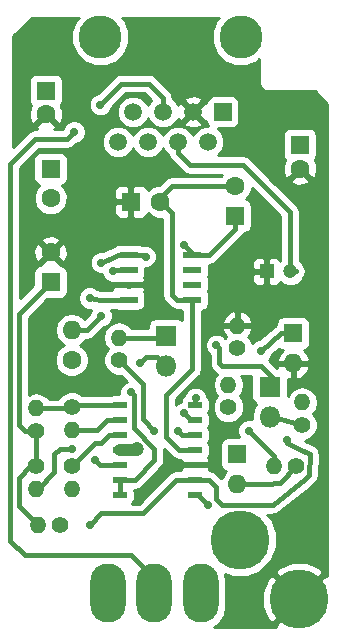
<source format=gtl>
G04 #@! TF.FileFunction,Copper,L1,Top,Signal*
%FSLAX46Y46*%
G04 Gerber Fmt 4.6, Leading zero omitted, Abs format (unit mm)*
G04 Created by KiCad (PCBNEW 4.0.6) date 02/28/19 03:31:16*
%MOMM*%
%LPD*%
G01*
G04 APERTURE LIST*
%ADD10C,0.100000*%
%ADD11C,5.001260*%
%ADD12C,3.650000*%
%ADD13R,1.500000X1.500000*%
%ADD14C,1.500000*%
%ADD15O,2.999740X5.001260*%
%ADD16R,1.143000X0.508000*%
%ADD17R,1.600000X1.600000*%
%ADD18C,1.600000*%
%ADD19R,1.200000X1.200000*%
%ADD20C,1.200000*%
%ADD21O,1.600000X1.600000*%
%ADD22R,1.800000X1.800000*%
%ADD23O,1.800000X1.800000*%
%ADD24R,1.550000X0.600000*%
%ADD25C,1.400000*%
%ADD26O,1.400000X1.400000*%
%ADD27C,0.700000*%
%ADD28C,0.400000*%
%ADD29C,1.000000*%
%ADD30C,0.254000*%
G04 APERTURE END LIST*
D10*
D11*
X164050000Y-119050000D03*
X159050000Y-114050000D03*
D12*
X147220000Y-71450000D03*
X159090000Y-71450000D03*
D13*
X157600000Y-77800000D03*
D14*
X156330000Y-80340000D03*
X155060000Y-77800000D03*
X153790000Y-80340000D03*
X152520000Y-77800000D03*
X151250000Y-80340000D03*
X149980000Y-77800000D03*
X148710000Y-80340000D03*
D15*
X155759860Y-118550000D03*
X151800000Y-118550000D03*
X147840140Y-118550000D03*
D16*
X148898000Y-102590000D03*
X148898000Y-103860000D03*
X148898000Y-105130000D03*
X148898000Y-106400000D03*
X148898000Y-107670000D03*
X148898000Y-108940000D03*
X148898000Y-110210000D03*
X155248000Y-110210000D03*
X155248000Y-108940000D03*
X155248000Y-106400000D03*
X155248000Y-105130000D03*
X155248000Y-103860000D03*
X155248000Y-102590000D03*
X155248000Y-107670000D03*
D17*
X164100000Y-80600000D03*
D18*
X164100000Y-82600000D03*
D19*
X161300000Y-91300000D03*
D20*
X163300000Y-91300000D03*
D17*
X158800000Y-106800000D03*
D21*
X158800000Y-109340000D03*
D17*
X142600000Y-76000000D03*
D18*
X142600000Y-78000000D03*
D17*
X143000000Y-82600000D03*
D18*
X143000000Y-85100000D03*
D17*
X149800000Y-85400000D03*
D18*
X152300000Y-85400000D03*
D17*
X158600000Y-86600000D03*
D18*
X158600000Y-84100000D03*
D17*
X143000000Y-92200000D03*
D18*
X143000000Y-89700000D03*
D22*
X161550000Y-101050000D03*
D23*
X161550000Y-103590000D03*
D22*
X152800000Y-96800000D03*
D23*
X152800000Y-99340000D03*
D24*
X149600000Y-89895000D03*
X149600000Y-91165000D03*
X149600000Y-92435000D03*
X149600000Y-93705000D03*
X155000000Y-93705000D03*
X155000000Y-92435000D03*
X155000000Y-91165000D03*
X155000000Y-89895000D03*
D17*
X163550000Y-96550000D03*
D21*
X163550000Y-99090000D03*
D18*
X144800000Y-98800000D03*
D21*
X144800000Y-96260000D03*
D25*
X144800000Y-107800000D03*
D26*
X144800000Y-109700000D03*
D25*
X143800000Y-112800000D03*
D26*
X141900000Y-112800000D03*
D25*
X158050000Y-102800000D03*
D26*
X158050000Y-100900000D03*
D25*
X141800000Y-104800000D03*
D26*
X141800000Y-102900000D03*
D25*
X158800000Y-97800000D03*
D26*
X158800000Y-95900000D03*
D25*
X163800000Y-107800000D03*
D26*
X161900000Y-107800000D03*
D25*
X144800000Y-102800000D03*
D26*
X144800000Y-104700000D03*
D25*
X164300000Y-104300000D03*
D26*
X164300000Y-102400000D03*
D25*
X141800000Y-107800000D03*
D26*
X141800000Y-109700000D03*
D25*
X148800000Y-98800000D03*
D26*
X148800000Y-96900000D03*
D27*
X163050000Y-105550000D03*
X146300000Y-112800000D03*
X155300000Y-102050000D03*
X159800000Y-104800000D03*
X154300000Y-103300000D03*
X160800000Y-98050000D03*
D20*
X150300000Y-106300000D03*
D27*
X148300000Y-91300000D03*
X146300000Y-93550000D03*
X147300000Y-90550000D03*
X147300000Y-95050000D03*
X154300000Y-89050000D03*
X151050000Y-90050000D03*
X157050000Y-97550000D03*
X156300000Y-111050000D03*
X150550000Y-99050000D03*
X149800000Y-101550000D03*
X147200000Y-77200000D03*
X145000000Y-79500000D03*
X144800000Y-106300000D03*
X146800000Y-107300000D03*
X151800000Y-104800000D03*
X153800000Y-104800000D03*
D28*
X155248000Y-108940000D02*
X156440000Y-108940000D01*
X163050000Y-105800000D02*
X163050000Y-105550000D01*
X164050000Y-106300000D02*
X163050000Y-105800000D01*
X164050000Y-106300000D02*
X164050000Y-106300000D01*
X164950000Y-106750000D02*
X164050000Y-106300000D01*
X164893995Y-108545133D02*
X164950000Y-106750000D01*
X164504625Y-108870085D02*
X164893995Y-108545133D01*
X161801072Y-111056614D02*
X164504625Y-108870085D01*
X160300000Y-111050000D02*
X161801072Y-111056614D01*
X157550000Y-111050000D02*
X160300000Y-111050000D01*
X157050000Y-110550000D02*
X157550000Y-111050000D01*
X157050000Y-109550000D02*
X157050000Y-110550000D01*
X156440000Y-108940000D02*
X157050000Y-109550000D01*
X153660000Y-108940000D02*
X155248000Y-108940000D01*
X150800000Y-111800000D02*
X153660000Y-108940000D01*
X147300000Y-111800000D02*
X150800000Y-111800000D01*
X146300000Y-112800000D02*
X147300000Y-111800000D01*
X158800000Y-109340000D02*
X161760000Y-109340000D01*
X162400000Y-109200000D02*
X163800000Y-107800000D01*
X161900000Y-109200000D02*
X162400000Y-109200000D01*
X161760000Y-109340000D02*
X161900000Y-109200000D01*
X155248000Y-102590000D02*
X155248000Y-102102000D01*
X155248000Y-102102000D02*
X155300000Y-102050000D01*
X159800000Y-104800000D02*
X161900000Y-106900000D01*
X161900000Y-106900000D02*
X161900000Y-107800000D01*
X154300000Y-103300000D02*
X154860000Y-103860000D01*
X154860000Y-103860000D02*
X155248000Y-103860000D01*
X144800000Y-107800000D02*
X146800000Y-105800000D01*
X147970000Y-105130000D02*
X148898000Y-105130000D01*
X147300000Y-105800000D02*
X147970000Y-105130000D01*
X146800000Y-105800000D02*
X147300000Y-105800000D01*
X153790000Y-80340000D02*
X153790000Y-81290000D01*
X163300000Y-86300000D02*
X163300000Y-91300000D01*
X159300000Y-82300000D02*
X163300000Y-86300000D01*
X154800000Y-82300000D02*
X159300000Y-82300000D01*
X153790000Y-81290000D02*
X154800000Y-82300000D01*
X163300000Y-91300000D02*
X163800000Y-91300000D01*
X162550000Y-96550000D02*
X163550000Y-96550000D01*
X160800000Y-98050000D02*
X162550000Y-96550000D01*
D29*
X148898000Y-106400000D02*
X150200000Y-106400000D01*
X150200000Y-106400000D02*
X150300000Y-106300000D01*
D28*
X149600000Y-91165000D02*
X148435000Y-91165000D01*
X148435000Y-91165000D02*
X148300000Y-91300000D01*
X146300000Y-93550000D02*
X147205000Y-93705000D01*
X147205000Y-93705000D02*
X149600000Y-93705000D01*
X152300000Y-85400000D02*
X152300000Y-85050000D01*
X152300000Y-85050000D02*
X153250000Y-84100000D01*
X153250000Y-84100000D02*
X158600000Y-84100000D01*
X155000000Y-93705000D02*
X153705000Y-93705000D01*
X153300000Y-86400000D02*
X152300000Y-85400000D01*
X153300000Y-93300000D02*
X153300000Y-86400000D01*
X153705000Y-93705000D02*
X153300000Y-93300000D01*
X155248000Y-106400000D02*
X153900000Y-106400000D01*
X155000000Y-99600000D02*
X155000000Y-93705000D01*
X152800000Y-101800000D02*
X155000000Y-99600000D01*
X152800000Y-105300000D02*
X152800000Y-101800000D01*
X153900000Y-106400000D02*
X152800000Y-105300000D01*
X144800000Y-96260000D02*
X146090000Y-96260000D01*
X148705000Y-89895000D02*
X149600000Y-89895000D01*
X147300000Y-90550000D02*
X148705000Y-89895000D01*
X146090000Y-96260000D02*
X147300000Y-95050000D01*
X149600000Y-89895000D02*
X150895000Y-89895000D01*
X154300000Y-89050000D02*
X155000000Y-89750000D01*
X150895000Y-89895000D02*
X151050000Y-90050000D01*
X155000000Y-89750000D02*
X155000000Y-89895000D01*
X155000000Y-89895000D02*
X156455000Y-89895000D01*
X158600000Y-87750000D02*
X158600000Y-86600000D01*
X156455000Y-89895000D02*
X158600000Y-87750000D01*
X141800000Y-107800000D02*
X141300000Y-107800000D01*
X141300000Y-107800000D02*
X140300000Y-108800000D01*
X140300000Y-111200000D02*
X141900000Y-112800000D01*
X140300000Y-108800000D02*
X140300000Y-111200000D01*
X141800000Y-104800000D02*
X141800000Y-107800000D01*
X141800000Y-104800000D02*
X140800000Y-104800000D01*
X140300000Y-94900000D02*
X143000000Y-92200000D01*
X140300000Y-104300000D02*
X140300000Y-94900000D01*
X140800000Y-104800000D02*
X140300000Y-104300000D01*
X161800000Y-100300000D02*
X161550000Y-101050000D01*
X160800000Y-99300000D02*
X161800000Y-100300000D01*
X157550000Y-99300000D02*
X160800000Y-99300000D01*
X157300000Y-99050000D02*
X157550000Y-99300000D01*
X157300000Y-97800000D02*
X157300000Y-99050000D01*
X157050000Y-97550000D02*
X157300000Y-97800000D01*
X148800000Y-96900000D02*
X152700000Y-96900000D01*
X152700000Y-96900000D02*
X152800000Y-96800000D01*
X155248000Y-110210000D02*
X155460000Y-110210000D01*
X155460000Y-110210000D02*
X156300000Y-111050000D01*
X164300000Y-104300000D02*
X161590000Y-103550000D01*
X161590000Y-103550000D02*
X161550000Y-103590000D01*
X148898000Y-108940000D02*
X150160000Y-108940000D01*
X152010000Y-98550000D02*
X152800000Y-99340000D01*
X151050000Y-98550000D02*
X152010000Y-98550000D01*
X150550000Y-99050000D02*
X151050000Y-98550000D01*
X150050000Y-101800000D02*
X149800000Y-101550000D01*
X150050000Y-104550000D02*
X150050000Y-101800000D01*
X151800000Y-106300000D02*
X150050000Y-104550000D01*
X151800000Y-107300000D02*
X151800000Y-106300000D01*
X150160000Y-108940000D02*
X151800000Y-107300000D01*
X148898000Y-110210000D02*
X148898000Y-108940000D01*
X151800000Y-118550000D02*
X151800000Y-117300000D01*
X151800000Y-117300000D02*
X149800000Y-115300000D01*
X152520000Y-76620000D02*
X152520000Y-77800000D01*
X151300000Y-75400000D02*
X152520000Y-76620000D01*
X149000000Y-75400000D02*
X151300000Y-75400000D01*
X147200000Y-77200000D02*
X149000000Y-75400000D01*
X144400000Y-80100000D02*
X145000000Y-79500000D01*
X141700000Y-80100000D02*
X144400000Y-80100000D01*
X139600000Y-82200000D02*
X141700000Y-80100000D01*
X139600000Y-114100000D02*
X139600000Y-82200000D01*
X140800000Y-115300000D02*
X139600000Y-114100000D01*
X149800000Y-115300000D02*
X140800000Y-115300000D01*
X152520000Y-77080000D02*
X152520000Y-77800000D01*
X148898000Y-102590000D02*
X145010000Y-102590000D01*
X145010000Y-102590000D02*
X144800000Y-102800000D01*
X141800000Y-102900000D02*
X144700000Y-102900000D01*
X144700000Y-102900000D02*
X144800000Y-102800000D01*
X144800000Y-104700000D02*
X146900000Y-104700000D01*
X147740000Y-103860000D02*
X148898000Y-103860000D01*
X146900000Y-104700000D02*
X147740000Y-103860000D01*
X141800000Y-109700000D02*
X141900000Y-109700000D01*
X141900000Y-109700000D02*
X143300000Y-108300000D01*
X143300000Y-108300000D02*
X143300000Y-106800000D01*
X143300000Y-106800000D02*
X143800000Y-106300000D01*
X143800000Y-106300000D02*
X144800000Y-106300000D01*
X146800000Y-107300000D02*
X147170000Y-107670000D01*
X147170000Y-107670000D02*
X148898000Y-107670000D01*
X155248000Y-105130000D02*
X154130000Y-105130000D01*
X150800000Y-100800000D02*
X148800000Y-98800000D01*
X150800000Y-103800000D02*
X150800000Y-100800000D01*
X151800000Y-104800000D02*
X150800000Y-103800000D01*
X154130000Y-105130000D02*
X153800000Y-104800000D01*
D30*
G36*
X145135730Y-70054703D02*
X144760428Y-70958529D01*
X144759574Y-71937177D01*
X145133298Y-72841657D01*
X145824703Y-73534270D01*
X146728529Y-73909572D01*
X147707177Y-73910426D01*
X148611657Y-73536702D01*
X149304270Y-72845297D01*
X149679572Y-71941471D01*
X149680426Y-70962823D01*
X149306702Y-70058343D01*
X149058792Y-69810000D01*
X157250861Y-69810000D01*
X157005730Y-70054703D01*
X156630428Y-70958529D01*
X156629574Y-71937177D01*
X157003298Y-72841657D01*
X157694703Y-73534270D01*
X158598529Y-73909572D01*
X159577177Y-73910426D01*
X160481657Y-73536702D01*
X160690000Y-73328722D01*
X160690000Y-75350000D01*
X160744046Y-75621705D01*
X160897954Y-75852046D01*
X161128295Y-76005954D01*
X161400000Y-76060000D01*
X165355908Y-76060000D01*
X166440000Y-77144092D01*
X166440000Y-117095691D01*
X166286336Y-116993270D01*
X164229605Y-119050000D01*
X164243748Y-119064142D01*
X164064142Y-119243748D01*
X164050000Y-119229605D01*
X161993270Y-121286336D01*
X162062365Y-121390000D01*
X156868010Y-121390000D01*
X157269441Y-121121772D01*
X157732223Y-120429170D01*
X157894730Y-119612191D01*
X157894730Y-118427741D01*
X160914080Y-118427741D01*
X160914660Y-119675172D01*
X161390916Y-120824958D01*
X161813664Y-121106730D01*
X163870395Y-119050000D01*
X161813664Y-116993270D01*
X161390916Y-117275042D01*
X160914080Y-118427741D01*
X157894730Y-118427741D01*
X157894730Y-117487809D01*
X157781483Y-116918476D01*
X158423548Y-117185085D01*
X159670979Y-117186173D01*
X160572520Y-116813664D01*
X161993270Y-116813664D01*
X164050000Y-118870395D01*
X166106730Y-116813664D01*
X165824958Y-116390916D01*
X164672259Y-115914080D01*
X163424828Y-115914660D01*
X162275042Y-116390916D01*
X161993270Y-116813664D01*
X160572520Y-116813664D01*
X160823871Y-116709808D01*
X161706708Y-115828511D01*
X162185085Y-114676452D01*
X162186173Y-113429021D01*
X161709808Y-112276129D01*
X161323873Y-111889520D01*
X161797393Y-111891606D01*
X161916697Y-111868421D01*
X162037729Y-111857375D01*
X162075420Y-111837575D01*
X162117211Y-111829453D01*
X162218558Y-111762379D01*
X162326153Y-111705856D01*
X165029706Y-109519327D01*
X165033896Y-109514295D01*
X165039642Y-109511163D01*
X165429013Y-109186211D01*
X165444633Y-109166855D01*
X165465730Y-109153691D01*
X165546422Y-109040720D01*
X165633617Y-108932669D01*
X165640640Y-108908811D01*
X165655095Y-108888574D01*
X165686415Y-108753313D01*
X165725620Y-108620129D01*
X165722979Y-108595401D01*
X165728589Y-108571171D01*
X165784594Y-106776038D01*
X165760490Y-106631424D01*
X165742151Y-106485950D01*
X165733800Y-106471300D01*
X165731028Y-106454671D01*
X165653428Y-106330307D01*
X165580805Y-106202907D01*
X165567482Y-106192567D01*
X165558558Y-106178265D01*
X165439275Y-106093065D01*
X165323424Y-106003153D01*
X164577084Y-105629983D01*
X165055229Y-105432418D01*
X165431098Y-105057204D01*
X165634768Y-104566713D01*
X165635231Y-104035617D01*
X165432418Y-103544771D01*
X165249644Y-103361678D01*
X165533379Y-102937036D01*
X165635000Y-102426154D01*
X165635000Y-102373846D01*
X165533379Y-101862964D01*
X165243988Y-101429858D01*
X164810882Y-101140467D01*
X164300000Y-101038846D01*
X163789118Y-101140467D01*
X163356012Y-101429858D01*
X163097440Y-101816840D01*
X163097440Y-100439027D01*
X163200961Y-100481904D01*
X163423000Y-100359915D01*
X163423000Y-99217000D01*
X163677000Y-99217000D01*
X163677000Y-100359915D01*
X163899039Y-100481904D01*
X164287423Y-100321041D01*
X164702389Y-99945134D01*
X164941914Y-99439041D01*
X164820629Y-99217000D01*
X163677000Y-99217000D01*
X163423000Y-99217000D01*
X162279371Y-99217000D01*
X162158086Y-99439041D01*
X162188148Y-99502560D01*
X162183428Y-99502560D01*
X161461904Y-98781036D01*
X161634555Y-98608686D01*
X161746898Y-98338133D01*
X162334392Y-97834567D01*
X162498110Y-97946431D01*
X162676204Y-97982496D01*
X162397611Y-98234866D01*
X162158086Y-98740959D01*
X162279371Y-98963000D01*
X163423000Y-98963000D01*
X163423000Y-98943000D01*
X163677000Y-98943000D01*
X163677000Y-98963000D01*
X164820629Y-98963000D01*
X164941914Y-98740959D01*
X164702389Y-98234866D01*
X164424764Y-97983372D01*
X164585317Y-97953162D01*
X164801441Y-97814090D01*
X164946431Y-97601890D01*
X164997440Y-97350000D01*
X164997440Y-95750000D01*
X164953162Y-95514683D01*
X164814090Y-95298559D01*
X164601890Y-95153569D01*
X164350000Y-95102560D01*
X162750000Y-95102560D01*
X162514683Y-95146838D01*
X162298559Y-95285910D01*
X162153569Y-95498110D01*
X162102560Y-95750000D01*
X162102560Y-95862052D01*
X162006589Y-95916021D01*
X160666249Y-97064884D01*
X160604931Y-97064830D01*
X160242771Y-97214471D01*
X160072690Y-97384256D01*
X159932418Y-97044771D01*
X159720983Y-96832966D01*
X159866764Y-96702663D01*
X160092727Y-96233331D01*
X159970206Y-96027000D01*
X158927000Y-96027000D01*
X158927000Y-96047000D01*
X158673000Y-96047000D01*
X158673000Y-96027000D01*
X157629794Y-96027000D01*
X157507273Y-96233331D01*
X157733236Y-96702663D01*
X157879060Y-96833004D01*
X157802417Y-96909514D01*
X157608686Y-96715445D01*
X157246788Y-96565172D01*
X156854931Y-96564830D01*
X156492771Y-96714471D01*
X156215445Y-96991314D01*
X156065172Y-97353212D01*
X156064830Y-97745069D01*
X156214471Y-98107229D01*
X156465000Y-98358195D01*
X156465000Y-99050000D01*
X156528561Y-99369541D01*
X156682549Y-99600000D01*
X156709566Y-99640434D01*
X156959566Y-99890434D01*
X157079022Y-99970252D01*
X156816621Y-100362964D01*
X156715000Y-100873846D01*
X156715000Y-100926154D01*
X156816621Y-101437036D01*
X157100348Y-101861666D01*
X156918902Y-102042796D01*
X156715232Y-102533287D01*
X156714769Y-103064383D01*
X156917582Y-103555229D01*
X157292796Y-103931098D01*
X157783287Y-104134768D01*
X158314383Y-104135231D01*
X158805229Y-103932418D01*
X159181098Y-103557204D01*
X159384768Y-103066713D01*
X159385231Y-102535617D01*
X159182418Y-102044771D01*
X158999644Y-101861678D01*
X159283379Y-101437036D01*
X159385000Y-100926154D01*
X159385000Y-100873846D01*
X159283379Y-100362964D01*
X159131059Y-100135000D01*
X160005598Y-100135000D01*
X160002560Y-100150000D01*
X160002560Y-101950000D01*
X160046838Y-102185317D01*
X160185910Y-102401441D01*
X160398110Y-102546431D01*
X160414344Y-102549719D01*
X160131845Y-102972509D01*
X160015000Y-103559928D01*
X160015000Y-103620072D01*
X160058941Y-103840980D01*
X159996788Y-103815172D01*
X159604931Y-103814830D01*
X159242771Y-103964471D01*
X158965445Y-104241314D01*
X158815172Y-104603212D01*
X158814830Y-104995069D01*
X158962542Y-105352560D01*
X158000000Y-105352560D01*
X157764683Y-105396838D01*
X157548559Y-105535910D01*
X157403569Y-105748110D01*
X157352560Y-106000000D01*
X157352560Y-107600000D01*
X157396838Y-107835317D01*
X157535910Y-108051441D01*
X157748110Y-108196431D01*
X157892375Y-108225645D01*
X157785302Y-108297189D01*
X157474233Y-108762736D01*
X157469151Y-108788283D01*
X157030434Y-108349566D01*
X156950524Y-108296172D01*
X156759541Y-108168561D01*
X156440000Y-108105000D01*
X156431846Y-108105000D01*
X156454500Y-108050309D01*
X156454500Y-107955750D01*
X156295750Y-107797000D01*
X155375000Y-107797000D01*
X155375000Y-107817000D01*
X155121000Y-107817000D01*
X155121000Y-107797000D01*
X154200250Y-107797000D01*
X154041500Y-107955750D01*
X154041500Y-108050309D01*
X154064154Y-108105000D01*
X153660000Y-108105000D01*
X153340460Y-108168560D01*
X153069566Y-108349566D01*
X150454132Y-110965000D01*
X149863581Y-110965000D01*
X149920941Y-110928090D01*
X150065931Y-110715890D01*
X150116940Y-110464000D01*
X150116940Y-109956000D01*
X150082882Y-109775000D01*
X150160000Y-109775000D01*
X150479541Y-109711439D01*
X150750434Y-109530434D01*
X152390434Y-107890434D01*
X152450860Y-107800000D01*
X152571439Y-107619541D01*
X152635000Y-107300000D01*
X152635000Y-106315868D01*
X153309566Y-106990434D01*
X153580459Y-107171439D01*
X153900000Y-107235000D01*
X154064154Y-107235000D01*
X154041500Y-107289691D01*
X154041500Y-107384250D01*
X154200250Y-107543000D01*
X155121000Y-107543000D01*
X155121000Y-107523000D01*
X155375000Y-107523000D01*
X155375000Y-107543000D01*
X156295750Y-107543000D01*
X156454500Y-107384250D01*
X156454500Y-107289691D01*
X156357827Y-107056302D01*
X156331291Y-107029765D01*
X156415931Y-106905890D01*
X156466940Y-106654000D01*
X156466940Y-106146000D01*
X156422662Y-105910683D01*
X156328334Y-105764093D01*
X156415931Y-105635890D01*
X156466940Y-105384000D01*
X156466940Y-104876000D01*
X156422662Y-104640683D01*
X156328334Y-104494093D01*
X156415931Y-104365890D01*
X156466940Y-104114000D01*
X156466940Y-103606000D01*
X156422662Y-103370683D01*
X156328334Y-103224093D01*
X156415931Y-103095890D01*
X156466940Y-102844000D01*
X156466940Y-102336000D01*
X156422662Y-102100683D01*
X156285142Y-101886971D01*
X156285170Y-101854931D01*
X156135529Y-101492771D01*
X155858686Y-101215445D01*
X155496788Y-101065172D01*
X155104931Y-101064830D01*
X154742771Y-101214471D01*
X154465445Y-101491314D01*
X154337434Y-101799599D01*
X154225059Y-101871910D01*
X154080069Y-102084110D01*
X154029060Y-102336000D01*
X154029060Y-102346179D01*
X153742771Y-102464471D01*
X153635000Y-102572054D01*
X153635000Y-102145868D01*
X155590434Y-100190434D01*
X155627474Y-100135000D01*
X155771439Y-99919541D01*
X155835000Y-99600000D01*
X155835000Y-95566669D01*
X157507273Y-95566669D01*
X157629794Y-95773000D01*
X158673000Y-95773000D01*
X158673000Y-94730626D01*
X158927000Y-94730626D01*
X158927000Y-95773000D01*
X159970206Y-95773000D01*
X160092727Y-95566669D01*
X159866764Y-95097337D01*
X159478396Y-94750203D01*
X159133329Y-94607284D01*
X158927000Y-94730626D01*
X158673000Y-94730626D01*
X158466671Y-94607284D01*
X158121604Y-94750203D01*
X157733236Y-95097337D01*
X157507273Y-95566669D01*
X155835000Y-95566669D01*
X155835000Y-94641150D01*
X156010317Y-94608162D01*
X156226441Y-94469090D01*
X156371431Y-94256890D01*
X156422440Y-94005000D01*
X156422440Y-93405000D01*
X156378162Y-93169683D01*
X156314322Y-93070472D01*
X156371431Y-92986890D01*
X156422440Y-92735000D01*
X156422440Y-92135000D01*
X156378162Y-91899683D01*
X156314322Y-91800472D01*
X156371431Y-91716890D01*
X156397987Y-91585750D01*
X160065000Y-91585750D01*
X160065000Y-92026310D01*
X160161673Y-92259699D01*
X160340302Y-92438327D01*
X160573691Y-92535000D01*
X161014250Y-92535000D01*
X161173000Y-92376250D01*
X161173000Y-91427000D01*
X160223750Y-91427000D01*
X160065000Y-91585750D01*
X156397987Y-91585750D01*
X156422440Y-91465000D01*
X156422440Y-90865000D01*
X156397038Y-90730000D01*
X156455000Y-90730000D01*
X156774541Y-90666439D01*
X156913349Y-90573690D01*
X160065000Y-90573690D01*
X160065000Y-91014250D01*
X160223750Y-91173000D01*
X161173000Y-91173000D01*
X161173000Y-90223750D01*
X161014250Y-90065000D01*
X160573691Y-90065000D01*
X160340302Y-90161673D01*
X160161673Y-90340301D01*
X160065000Y-90573690D01*
X156913349Y-90573690D01*
X157045434Y-90485434D01*
X159190434Y-88340434D01*
X159274600Y-88214471D01*
X159371439Y-88069541D01*
X159375835Y-88047440D01*
X159400000Y-88047440D01*
X159635317Y-88003162D01*
X159851441Y-87864090D01*
X159996431Y-87651890D01*
X160047440Y-87400000D01*
X160047440Y-85800000D01*
X160003162Y-85564683D01*
X159864090Y-85348559D01*
X159651890Y-85203569D01*
X159546959Y-85182320D01*
X159815824Y-84913923D01*
X160034750Y-84386691D01*
X160034899Y-84215767D01*
X162465000Y-86645868D01*
X162465000Y-90388513D01*
X162460258Y-90393247D01*
X162438327Y-90340301D01*
X162259698Y-90161673D01*
X162026309Y-90065000D01*
X161585750Y-90065000D01*
X161427000Y-90223750D01*
X161427000Y-91173000D01*
X161447000Y-91173000D01*
X161447000Y-91427000D01*
X161427000Y-91427000D01*
X161427000Y-92376250D01*
X161585750Y-92535000D01*
X162026309Y-92535000D01*
X162259698Y-92438327D01*
X162438327Y-92259699D01*
X162460224Y-92206836D01*
X162599515Y-92346371D01*
X163053266Y-92534785D01*
X163544579Y-92535214D01*
X163998657Y-92347592D01*
X164346371Y-92000485D01*
X164394751Y-91883973D01*
X164571439Y-91619541D01*
X164635000Y-91300000D01*
X164571439Y-90980459D01*
X164395347Y-90716919D01*
X164347592Y-90601343D01*
X164135000Y-90388379D01*
X164135000Y-86300000D01*
X164071439Y-85980459D01*
X163890434Y-85709566D01*
X161788613Y-83607745D01*
X163271861Y-83607745D01*
X163345995Y-83853864D01*
X163883223Y-84046965D01*
X164453454Y-84019778D01*
X164854005Y-83853864D01*
X164928139Y-83607745D01*
X164100000Y-82779605D01*
X163271861Y-83607745D01*
X161788613Y-83607745D01*
X159890434Y-81709566D01*
X159619541Y-81528561D01*
X159300000Y-81465000D01*
X157163433Y-81465000D01*
X157503461Y-81125564D01*
X157714759Y-80616702D01*
X157715240Y-80065715D01*
X157605450Y-79800000D01*
X162652560Y-79800000D01*
X162652560Y-81400000D01*
X162696838Y-81635317D01*
X162835910Y-81851441D01*
X162842548Y-81855977D01*
X162653035Y-82383223D01*
X162680222Y-82953454D01*
X162846136Y-83354005D01*
X163092255Y-83428139D01*
X163920395Y-82600000D01*
X163906252Y-82585858D01*
X164085858Y-82406253D01*
X164100000Y-82420395D01*
X164114143Y-82406253D01*
X164293748Y-82585858D01*
X164279605Y-82600000D01*
X165107745Y-83428139D01*
X165353864Y-83354005D01*
X165546965Y-82816777D01*
X165519778Y-82246546D01*
X165357616Y-81855053D01*
X165496431Y-81651890D01*
X165547440Y-81400000D01*
X165547440Y-79800000D01*
X165503162Y-79564683D01*
X165364090Y-79348559D01*
X165151890Y-79203569D01*
X164900000Y-79152560D01*
X163300000Y-79152560D01*
X163064683Y-79196838D01*
X162848559Y-79335910D01*
X162703569Y-79548110D01*
X162652560Y-79800000D01*
X157605450Y-79800000D01*
X157504831Y-79556485D01*
X157146411Y-79197440D01*
X158350000Y-79197440D01*
X158585317Y-79153162D01*
X158801441Y-79014090D01*
X158946431Y-78801890D01*
X158997440Y-78550000D01*
X158997440Y-77050000D01*
X158953162Y-76814683D01*
X158814090Y-76598559D01*
X158601890Y-76453569D01*
X158350000Y-76402560D01*
X156850000Y-76402560D01*
X156614683Y-76446838D01*
X156398559Y-76585910D01*
X156253569Y-76798110D01*
X156202560Y-77050000D01*
X156202560Y-77056353D01*
X156031517Y-77008088D01*
X155239605Y-77800000D01*
X156031517Y-78591912D01*
X156202560Y-78543647D01*
X156202560Y-78550000D01*
X156246838Y-78785317D01*
X156356040Y-78955022D01*
X156055715Y-78954760D01*
X155546485Y-79165169D01*
X155156539Y-79554436D01*
X155060024Y-79786870D01*
X154964831Y-79556485D01*
X154575564Y-79166539D01*
X154066702Y-78955241D01*
X153515715Y-78954760D01*
X153006485Y-79165169D01*
X152616539Y-79554436D01*
X152520024Y-79786870D01*
X152424831Y-79556485D01*
X152035564Y-79166539D01*
X151526702Y-78955241D01*
X150975715Y-78954760D01*
X150466485Y-79165169D01*
X150076539Y-79554436D01*
X149980024Y-79786870D01*
X149884831Y-79556485D01*
X149495564Y-79166539D01*
X148986702Y-78955241D01*
X148435715Y-78954760D01*
X147926485Y-79165169D01*
X147536539Y-79554436D01*
X147325241Y-80063298D01*
X147324760Y-80614285D01*
X147535169Y-81123515D01*
X147924436Y-81513461D01*
X148433298Y-81724759D01*
X148984285Y-81725240D01*
X149493515Y-81514831D01*
X149883461Y-81125564D01*
X149979976Y-80893130D01*
X150075169Y-81123515D01*
X150464436Y-81513461D01*
X150973298Y-81724759D01*
X151524285Y-81725240D01*
X152033515Y-81514831D01*
X152423461Y-81125564D01*
X152519976Y-80893130D01*
X152615169Y-81123515D01*
X152998209Y-81507223D01*
X153018561Y-81609541D01*
X153188645Y-81864090D01*
X153199566Y-81880434D01*
X154209566Y-82890434D01*
X154480460Y-83071440D01*
X154800000Y-83135000D01*
X157535517Y-83135000D01*
X157405290Y-83265000D01*
X153250000Y-83265000D01*
X152930459Y-83328561D01*
X152659566Y-83509566D01*
X152204216Y-83964916D01*
X152015813Y-83964752D01*
X151488200Y-84182757D01*
X151223813Y-84446683D01*
X151138327Y-84240301D01*
X150959698Y-84061673D01*
X150726309Y-83965000D01*
X150085750Y-83965000D01*
X149927000Y-84123750D01*
X149927000Y-85273000D01*
X149947000Y-85273000D01*
X149947000Y-85527000D01*
X149927000Y-85527000D01*
X149927000Y-86676250D01*
X150085750Y-86835000D01*
X150726309Y-86835000D01*
X150959698Y-86738327D01*
X151138327Y-86559699D01*
X151223876Y-86353165D01*
X151486077Y-86615824D01*
X152013309Y-86834750D01*
X152465000Y-86835144D01*
X152465000Y-93300000D01*
X152528561Y-93619541D01*
X152613585Y-93746788D01*
X152709566Y-93890434D01*
X153114565Y-94295434D01*
X153247945Y-94384555D01*
X153385459Y-94476439D01*
X153705000Y-94540000D01*
X153883203Y-94540000D01*
X153973110Y-94601431D01*
X154165000Y-94640290D01*
X154165000Y-95449973D01*
X154164090Y-95448559D01*
X153951890Y-95303569D01*
X153700000Y-95252560D01*
X151900000Y-95252560D01*
X151664683Y-95296838D01*
X151448559Y-95435910D01*
X151303569Y-95648110D01*
X151252560Y-95900000D01*
X151252560Y-96065000D01*
X149834287Y-96065000D01*
X149743988Y-95929858D01*
X149310882Y-95640467D01*
X148800000Y-95538846D01*
X148289118Y-95640467D01*
X147856012Y-95929858D01*
X147566621Y-96362964D01*
X147465000Y-96873846D01*
X147465000Y-96926154D01*
X147566621Y-97437036D01*
X147850348Y-97861666D01*
X147668902Y-98042796D01*
X147465232Y-98533287D01*
X147464769Y-99064383D01*
X147667582Y-99555229D01*
X148042796Y-99931098D01*
X148533287Y-100134768D01*
X148954267Y-100135135D01*
X149448569Y-100629437D01*
X149242771Y-100714471D01*
X148965445Y-100991314D01*
X148815172Y-101353212D01*
X148814879Y-101688560D01*
X148326500Y-101688560D01*
X148091183Y-101732838D01*
X148056742Y-101755000D01*
X145643152Y-101755000D01*
X145557204Y-101668902D01*
X145066713Y-101465232D01*
X144535617Y-101464769D01*
X144044771Y-101667582D01*
X143668902Y-102042796D01*
X143659682Y-102065000D01*
X142834287Y-102065000D01*
X142743988Y-101929858D01*
X142310882Y-101640467D01*
X141800000Y-101538846D01*
X141289118Y-101640467D01*
X141135000Y-101743445D01*
X141135000Y-99084187D01*
X143364752Y-99084187D01*
X143582757Y-99611800D01*
X143986077Y-100015824D01*
X144513309Y-100234750D01*
X145084187Y-100235248D01*
X145611800Y-100017243D01*
X146015824Y-99613923D01*
X146234750Y-99086691D01*
X146235248Y-98515813D01*
X146017243Y-97988200D01*
X145613923Y-97584176D01*
X145478046Y-97527755D01*
X145814698Y-97302811D01*
X145953553Y-97095000D01*
X146090000Y-97095000D01*
X146409541Y-97031439D01*
X146680434Y-96850434D01*
X147496141Y-96034727D01*
X147857229Y-95885529D01*
X148134555Y-95608686D01*
X148284828Y-95246788D01*
X148285170Y-94854931D01*
X148155044Y-94540000D01*
X148483203Y-94540000D01*
X148573110Y-94601431D01*
X148825000Y-94652440D01*
X150375000Y-94652440D01*
X150610317Y-94608162D01*
X150826441Y-94469090D01*
X150971431Y-94256890D01*
X151022440Y-94005000D01*
X151022440Y-93405000D01*
X150978162Y-93169683D01*
X150919822Y-93079020D01*
X151010000Y-92861310D01*
X151010000Y-92720750D01*
X150851250Y-92562000D01*
X149727000Y-92562000D01*
X149727000Y-92582000D01*
X149473000Y-92582000D01*
X149473000Y-92562000D01*
X148348750Y-92562000D01*
X148190000Y-92720750D01*
X148190000Y-92861310D01*
X148193600Y-92870000D01*
X147275988Y-92870000D01*
X146958729Y-92815663D01*
X146858686Y-92715445D01*
X146496788Y-92565172D01*
X146104931Y-92564830D01*
X145742771Y-92714471D01*
X145465445Y-92991314D01*
X145315172Y-93353212D01*
X145314830Y-93745069D01*
X145464471Y-94107229D01*
X145741314Y-94384555D01*
X146103212Y-94534828D01*
X146447252Y-94535128D01*
X146315172Y-94853212D01*
X146315171Y-94853961D01*
X145869671Y-95299461D01*
X145814698Y-95217189D01*
X145349151Y-94906120D01*
X144800000Y-94796887D01*
X144250849Y-94906120D01*
X143785302Y-95217189D01*
X143474233Y-95682736D01*
X143365000Y-96231887D01*
X143365000Y-96288113D01*
X143474233Y-96837264D01*
X143785302Y-97302811D01*
X144121710Y-97527592D01*
X143988200Y-97582757D01*
X143584176Y-97986077D01*
X143365250Y-98513309D01*
X143364752Y-99084187D01*
X141135000Y-99084187D01*
X141135000Y-95245868D01*
X142733428Y-93647440D01*
X143800000Y-93647440D01*
X144035317Y-93603162D01*
X144251441Y-93464090D01*
X144396431Y-93251890D01*
X144447440Y-93000000D01*
X144447440Y-91400000D01*
X144403162Y-91164683D01*
X144264090Y-90948559D01*
X144051890Y-90803569D01*
X143813799Y-90755354D01*
X143816896Y-90745069D01*
X146314830Y-90745069D01*
X146464471Y-91107229D01*
X146741314Y-91384555D01*
X147103212Y-91534828D01*
X147331340Y-91535027D01*
X147464471Y-91857229D01*
X147741314Y-92134555D01*
X148103212Y-92284828D01*
X148325772Y-92285022D01*
X148348750Y-92308000D01*
X149473000Y-92308000D01*
X149473000Y-92288000D01*
X149727000Y-92288000D01*
X149727000Y-92308000D01*
X150851250Y-92308000D01*
X151010000Y-92149250D01*
X151010000Y-92008690D01*
X150920194Y-91791878D01*
X150971431Y-91716890D01*
X151022440Y-91465000D01*
X151022440Y-91034976D01*
X151245069Y-91035170D01*
X151607229Y-90885529D01*
X151884555Y-90608686D01*
X152034828Y-90246788D01*
X152035170Y-89854931D01*
X151885529Y-89492771D01*
X151608686Y-89215445D01*
X151246788Y-89065172D01*
X150919566Y-89064886D01*
X150895000Y-89060000D01*
X150716797Y-89060000D01*
X150626890Y-88998569D01*
X150375000Y-88947560D01*
X148825000Y-88947560D01*
X148589683Y-88991838D01*
X148373559Y-89130910D01*
X148372802Y-89132018D01*
X148370113Y-89133815D01*
X148352185Y-89138200D01*
X147436427Y-89565119D01*
X147104931Y-89564830D01*
X146742771Y-89714471D01*
X146465445Y-89991314D01*
X146315172Y-90353212D01*
X146314830Y-90745069D01*
X143816896Y-90745069D01*
X143828139Y-90707745D01*
X143000000Y-89879605D01*
X142171861Y-90707745D01*
X142186145Y-90755167D01*
X141964683Y-90796838D01*
X141748559Y-90935910D01*
X141603569Y-91148110D01*
X141552560Y-91400000D01*
X141552560Y-92466572D01*
X140435000Y-93584132D01*
X140435000Y-89483223D01*
X141553035Y-89483223D01*
X141580222Y-90053454D01*
X141746136Y-90454005D01*
X141992255Y-90528139D01*
X142820395Y-89700000D01*
X143179605Y-89700000D01*
X144007745Y-90528139D01*
X144253864Y-90454005D01*
X144446965Y-89916777D01*
X144419778Y-89346546D01*
X144253864Y-88945995D01*
X144007745Y-88871861D01*
X143179605Y-89700000D01*
X142820395Y-89700000D01*
X141992255Y-88871861D01*
X141746136Y-88945995D01*
X141553035Y-89483223D01*
X140435000Y-89483223D01*
X140435000Y-88692255D01*
X142171861Y-88692255D01*
X143000000Y-89520395D01*
X143828139Y-88692255D01*
X143754005Y-88446136D01*
X143216777Y-88253035D01*
X142646546Y-88280222D01*
X142245995Y-88446136D01*
X142171861Y-88692255D01*
X140435000Y-88692255D01*
X140435000Y-82545868D01*
X141180868Y-81800000D01*
X141552560Y-81800000D01*
X141552560Y-83400000D01*
X141596838Y-83635317D01*
X141735910Y-83851441D01*
X141948110Y-83996431D01*
X142053041Y-84017680D01*
X141784176Y-84286077D01*
X141565250Y-84813309D01*
X141564752Y-85384187D01*
X141782757Y-85911800D01*
X142186077Y-86315824D01*
X142713309Y-86534750D01*
X143284187Y-86535248D01*
X143811800Y-86317243D01*
X144215824Y-85913923D01*
X144310569Y-85685750D01*
X148365000Y-85685750D01*
X148365000Y-86326310D01*
X148461673Y-86559699D01*
X148640302Y-86738327D01*
X148873691Y-86835000D01*
X149514250Y-86835000D01*
X149673000Y-86676250D01*
X149673000Y-85527000D01*
X148523750Y-85527000D01*
X148365000Y-85685750D01*
X144310569Y-85685750D01*
X144434750Y-85386691D01*
X144435248Y-84815813D01*
X144293886Y-84473690D01*
X148365000Y-84473690D01*
X148365000Y-85114250D01*
X148523750Y-85273000D01*
X149673000Y-85273000D01*
X149673000Y-84123750D01*
X149514250Y-83965000D01*
X148873691Y-83965000D01*
X148640302Y-84061673D01*
X148461673Y-84240301D01*
X148365000Y-84473690D01*
X144293886Y-84473690D01*
X144217243Y-84288200D01*
X143948928Y-84019417D01*
X144035317Y-84003162D01*
X144251441Y-83864090D01*
X144396431Y-83651890D01*
X144447440Y-83400000D01*
X144447440Y-81800000D01*
X144403162Y-81564683D01*
X144264090Y-81348559D01*
X144051890Y-81203569D01*
X143800000Y-81152560D01*
X142200000Y-81152560D01*
X141964683Y-81196838D01*
X141748559Y-81335910D01*
X141603569Y-81548110D01*
X141552560Y-81800000D01*
X141180868Y-81800000D01*
X142045869Y-80935000D01*
X144400000Y-80935000D01*
X144719541Y-80871439D01*
X144990434Y-80690434D01*
X145196141Y-80484727D01*
X145557229Y-80335529D01*
X145834555Y-80058686D01*
X145984828Y-79696788D01*
X145985170Y-79304931D01*
X145835529Y-78942771D01*
X145558686Y-78665445D01*
X145196788Y-78515172D01*
X144804931Y-78514830D01*
X144442771Y-78664471D01*
X144165445Y-78941314D01*
X144031039Y-79265000D01*
X143327120Y-79265000D01*
X143354005Y-79253864D01*
X143428139Y-79007745D01*
X142600000Y-78179605D01*
X141771861Y-79007745D01*
X141845995Y-79253864D01*
X141876977Y-79265000D01*
X141700000Y-79265000D01*
X141380459Y-79328561D01*
X141245013Y-79419063D01*
X141109565Y-79509566D01*
X139860000Y-80759132D01*
X139860000Y-75200000D01*
X141152560Y-75200000D01*
X141152560Y-76800000D01*
X141196838Y-77035317D01*
X141335910Y-77251441D01*
X141342548Y-77255977D01*
X141153035Y-77783223D01*
X141180222Y-78353454D01*
X141346136Y-78754005D01*
X141592255Y-78828139D01*
X142420395Y-78000000D01*
X142406252Y-77985858D01*
X142585858Y-77806253D01*
X142600000Y-77820395D01*
X142614143Y-77806253D01*
X142793748Y-77985858D01*
X142779605Y-78000000D01*
X143607745Y-78828139D01*
X143853864Y-78754005D01*
X144046965Y-78216777D01*
X144019778Y-77646546D01*
X143915613Y-77395069D01*
X146214830Y-77395069D01*
X146364471Y-77757229D01*
X146641314Y-78034555D01*
X147003212Y-78184828D01*
X147395069Y-78185170D01*
X147757229Y-78035529D01*
X148034555Y-77758686D01*
X148184828Y-77396788D01*
X148184829Y-77396039D01*
X149345868Y-76235000D01*
X150954132Y-76235000D01*
X151540222Y-76821090D01*
X151346539Y-77014436D01*
X151250024Y-77246870D01*
X151154831Y-77016485D01*
X150765564Y-76626539D01*
X150256702Y-76415241D01*
X149705715Y-76414760D01*
X149196485Y-76625169D01*
X148806539Y-77014436D01*
X148595241Y-77523298D01*
X148594760Y-78074285D01*
X148805169Y-78583515D01*
X149194436Y-78973461D01*
X149703298Y-79184759D01*
X150254285Y-79185240D01*
X150763515Y-78974831D01*
X151153461Y-78585564D01*
X151249976Y-78353130D01*
X151345169Y-78583515D01*
X151734436Y-78973461D01*
X152243298Y-79184759D01*
X152794285Y-79185240D01*
X153303515Y-78974831D01*
X153507183Y-78771517D01*
X154268088Y-78771517D01*
X154336077Y-79012460D01*
X154855171Y-79197201D01*
X155405448Y-79169230D01*
X155783923Y-79012460D01*
X155851912Y-78771517D01*
X155060000Y-77979605D01*
X154268088Y-78771517D01*
X153507183Y-78771517D01*
X153693461Y-78585564D01*
X153783377Y-78369021D01*
X153847540Y-78523923D01*
X154088483Y-78591912D01*
X154880395Y-77800000D01*
X154088483Y-77008088D01*
X153847540Y-77076077D01*
X153788268Y-77242621D01*
X153694831Y-77016485D01*
X153507157Y-76828483D01*
X154268088Y-76828483D01*
X155060000Y-77620395D01*
X155851912Y-76828483D01*
X155783923Y-76587540D01*
X155264829Y-76402799D01*
X154714552Y-76430770D01*
X154336077Y-76587540D01*
X154268088Y-76828483D01*
X153507157Y-76828483D01*
X153355000Y-76676061D01*
X153355000Y-76620000D01*
X153314271Y-76415241D01*
X153291440Y-76300460D01*
X153110434Y-76029566D01*
X151890434Y-74809566D01*
X151619541Y-74628561D01*
X151300000Y-74565000D01*
X149000000Y-74565000D01*
X148680459Y-74628561D01*
X148409566Y-74809566D01*
X147003859Y-76215273D01*
X146642771Y-76364471D01*
X146365445Y-76641314D01*
X146215172Y-77003212D01*
X146214830Y-77395069D01*
X143915613Y-77395069D01*
X143857616Y-77255053D01*
X143996431Y-77051890D01*
X144047440Y-76800000D01*
X144047440Y-75200000D01*
X144003162Y-74964683D01*
X143864090Y-74748559D01*
X143651890Y-74603569D01*
X143400000Y-74552560D01*
X141800000Y-74552560D01*
X141564683Y-74596838D01*
X141348559Y-74735910D01*
X141203569Y-74948110D01*
X141152560Y-75200000D01*
X139860000Y-75200000D01*
X139860000Y-71394092D01*
X141444092Y-69810000D01*
X145380861Y-69810000D01*
X145135730Y-70054703D01*
X145135730Y-70054703D01*
G37*
X145135730Y-70054703D02*
X144760428Y-70958529D01*
X144759574Y-71937177D01*
X145133298Y-72841657D01*
X145824703Y-73534270D01*
X146728529Y-73909572D01*
X147707177Y-73910426D01*
X148611657Y-73536702D01*
X149304270Y-72845297D01*
X149679572Y-71941471D01*
X149680426Y-70962823D01*
X149306702Y-70058343D01*
X149058792Y-69810000D01*
X157250861Y-69810000D01*
X157005730Y-70054703D01*
X156630428Y-70958529D01*
X156629574Y-71937177D01*
X157003298Y-72841657D01*
X157694703Y-73534270D01*
X158598529Y-73909572D01*
X159577177Y-73910426D01*
X160481657Y-73536702D01*
X160690000Y-73328722D01*
X160690000Y-75350000D01*
X160744046Y-75621705D01*
X160897954Y-75852046D01*
X161128295Y-76005954D01*
X161400000Y-76060000D01*
X165355908Y-76060000D01*
X166440000Y-77144092D01*
X166440000Y-117095691D01*
X166286336Y-116993270D01*
X164229605Y-119050000D01*
X164243748Y-119064142D01*
X164064142Y-119243748D01*
X164050000Y-119229605D01*
X161993270Y-121286336D01*
X162062365Y-121390000D01*
X156868010Y-121390000D01*
X157269441Y-121121772D01*
X157732223Y-120429170D01*
X157894730Y-119612191D01*
X157894730Y-118427741D01*
X160914080Y-118427741D01*
X160914660Y-119675172D01*
X161390916Y-120824958D01*
X161813664Y-121106730D01*
X163870395Y-119050000D01*
X161813664Y-116993270D01*
X161390916Y-117275042D01*
X160914080Y-118427741D01*
X157894730Y-118427741D01*
X157894730Y-117487809D01*
X157781483Y-116918476D01*
X158423548Y-117185085D01*
X159670979Y-117186173D01*
X160572520Y-116813664D01*
X161993270Y-116813664D01*
X164050000Y-118870395D01*
X166106730Y-116813664D01*
X165824958Y-116390916D01*
X164672259Y-115914080D01*
X163424828Y-115914660D01*
X162275042Y-116390916D01*
X161993270Y-116813664D01*
X160572520Y-116813664D01*
X160823871Y-116709808D01*
X161706708Y-115828511D01*
X162185085Y-114676452D01*
X162186173Y-113429021D01*
X161709808Y-112276129D01*
X161323873Y-111889520D01*
X161797393Y-111891606D01*
X161916697Y-111868421D01*
X162037729Y-111857375D01*
X162075420Y-111837575D01*
X162117211Y-111829453D01*
X162218558Y-111762379D01*
X162326153Y-111705856D01*
X165029706Y-109519327D01*
X165033896Y-109514295D01*
X165039642Y-109511163D01*
X165429013Y-109186211D01*
X165444633Y-109166855D01*
X165465730Y-109153691D01*
X165546422Y-109040720D01*
X165633617Y-108932669D01*
X165640640Y-108908811D01*
X165655095Y-108888574D01*
X165686415Y-108753313D01*
X165725620Y-108620129D01*
X165722979Y-108595401D01*
X165728589Y-108571171D01*
X165784594Y-106776038D01*
X165760490Y-106631424D01*
X165742151Y-106485950D01*
X165733800Y-106471300D01*
X165731028Y-106454671D01*
X165653428Y-106330307D01*
X165580805Y-106202907D01*
X165567482Y-106192567D01*
X165558558Y-106178265D01*
X165439275Y-106093065D01*
X165323424Y-106003153D01*
X164577084Y-105629983D01*
X165055229Y-105432418D01*
X165431098Y-105057204D01*
X165634768Y-104566713D01*
X165635231Y-104035617D01*
X165432418Y-103544771D01*
X165249644Y-103361678D01*
X165533379Y-102937036D01*
X165635000Y-102426154D01*
X165635000Y-102373846D01*
X165533379Y-101862964D01*
X165243988Y-101429858D01*
X164810882Y-101140467D01*
X164300000Y-101038846D01*
X163789118Y-101140467D01*
X163356012Y-101429858D01*
X163097440Y-101816840D01*
X163097440Y-100439027D01*
X163200961Y-100481904D01*
X163423000Y-100359915D01*
X163423000Y-99217000D01*
X163677000Y-99217000D01*
X163677000Y-100359915D01*
X163899039Y-100481904D01*
X164287423Y-100321041D01*
X164702389Y-99945134D01*
X164941914Y-99439041D01*
X164820629Y-99217000D01*
X163677000Y-99217000D01*
X163423000Y-99217000D01*
X162279371Y-99217000D01*
X162158086Y-99439041D01*
X162188148Y-99502560D01*
X162183428Y-99502560D01*
X161461904Y-98781036D01*
X161634555Y-98608686D01*
X161746898Y-98338133D01*
X162334392Y-97834567D01*
X162498110Y-97946431D01*
X162676204Y-97982496D01*
X162397611Y-98234866D01*
X162158086Y-98740959D01*
X162279371Y-98963000D01*
X163423000Y-98963000D01*
X163423000Y-98943000D01*
X163677000Y-98943000D01*
X163677000Y-98963000D01*
X164820629Y-98963000D01*
X164941914Y-98740959D01*
X164702389Y-98234866D01*
X164424764Y-97983372D01*
X164585317Y-97953162D01*
X164801441Y-97814090D01*
X164946431Y-97601890D01*
X164997440Y-97350000D01*
X164997440Y-95750000D01*
X164953162Y-95514683D01*
X164814090Y-95298559D01*
X164601890Y-95153569D01*
X164350000Y-95102560D01*
X162750000Y-95102560D01*
X162514683Y-95146838D01*
X162298559Y-95285910D01*
X162153569Y-95498110D01*
X162102560Y-95750000D01*
X162102560Y-95862052D01*
X162006589Y-95916021D01*
X160666249Y-97064884D01*
X160604931Y-97064830D01*
X160242771Y-97214471D01*
X160072690Y-97384256D01*
X159932418Y-97044771D01*
X159720983Y-96832966D01*
X159866764Y-96702663D01*
X160092727Y-96233331D01*
X159970206Y-96027000D01*
X158927000Y-96027000D01*
X158927000Y-96047000D01*
X158673000Y-96047000D01*
X158673000Y-96027000D01*
X157629794Y-96027000D01*
X157507273Y-96233331D01*
X157733236Y-96702663D01*
X157879060Y-96833004D01*
X157802417Y-96909514D01*
X157608686Y-96715445D01*
X157246788Y-96565172D01*
X156854931Y-96564830D01*
X156492771Y-96714471D01*
X156215445Y-96991314D01*
X156065172Y-97353212D01*
X156064830Y-97745069D01*
X156214471Y-98107229D01*
X156465000Y-98358195D01*
X156465000Y-99050000D01*
X156528561Y-99369541D01*
X156682549Y-99600000D01*
X156709566Y-99640434D01*
X156959566Y-99890434D01*
X157079022Y-99970252D01*
X156816621Y-100362964D01*
X156715000Y-100873846D01*
X156715000Y-100926154D01*
X156816621Y-101437036D01*
X157100348Y-101861666D01*
X156918902Y-102042796D01*
X156715232Y-102533287D01*
X156714769Y-103064383D01*
X156917582Y-103555229D01*
X157292796Y-103931098D01*
X157783287Y-104134768D01*
X158314383Y-104135231D01*
X158805229Y-103932418D01*
X159181098Y-103557204D01*
X159384768Y-103066713D01*
X159385231Y-102535617D01*
X159182418Y-102044771D01*
X158999644Y-101861678D01*
X159283379Y-101437036D01*
X159385000Y-100926154D01*
X159385000Y-100873846D01*
X159283379Y-100362964D01*
X159131059Y-100135000D01*
X160005598Y-100135000D01*
X160002560Y-100150000D01*
X160002560Y-101950000D01*
X160046838Y-102185317D01*
X160185910Y-102401441D01*
X160398110Y-102546431D01*
X160414344Y-102549719D01*
X160131845Y-102972509D01*
X160015000Y-103559928D01*
X160015000Y-103620072D01*
X160058941Y-103840980D01*
X159996788Y-103815172D01*
X159604931Y-103814830D01*
X159242771Y-103964471D01*
X158965445Y-104241314D01*
X158815172Y-104603212D01*
X158814830Y-104995069D01*
X158962542Y-105352560D01*
X158000000Y-105352560D01*
X157764683Y-105396838D01*
X157548559Y-105535910D01*
X157403569Y-105748110D01*
X157352560Y-106000000D01*
X157352560Y-107600000D01*
X157396838Y-107835317D01*
X157535910Y-108051441D01*
X157748110Y-108196431D01*
X157892375Y-108225645D01*
X157785302Y-108297189D01*
X157474233Y-108762736D01*
X157469151Y-108788283D01*
X157030434Y-108349566D01*
X156950524Y-108296172D01*
X156759541Y-108168561D01*
X156440000Y-108105000D01*
X156431846Y-108105000D01*
X156454500Y-108050309D01*
X156454500Y-107955750D01*
X156295750Y-107797000D01*
X155375000Y-107797000D01*
X155375000Y-107817000D01*
X155121000Y-107817000D01*
X155121000Y-107797000D01*
X154200250Y-107797000D01*
X154041500Y-107955750D01*
X154041500Y-108050309D01*
X154064154Y-108105000D01*
X153660000Y-108105000D01*
X153340460Y-108168560D01*
X153069566Y-108349566D01*
X150454132Y-110965000D01*
X149863581Y-110965000D01*
X149920941Y-110928090D01*
X150065931Y-110715890D01*
X150116940Y-110464000D01*
X150116940Y-109956000D01*
X150082882Y-109775000D01*
X150160000Y-109775000D01*
X150479541Y-109711439D01*
X150750434Y-109530434D01*
X152390434Y-107890434D01*
X152450860Y-107800000D01*
X152571439Y-107619541D01*
X152635000Y-107300000D01*
X152635000Y-106315868D01*
X153309566Y-106990434D01*
X153580459Y-107171439D01*
X153900000Y-107235000D01*
X154064154Y-107235000D01*
X154041500Y-107289691D01*
X154041500Y-107384250D01*
X154200250Y-107543000D01*
X155121000Y-107543000D01*
X155121000Y-107523000D01*
X155375000Y-107523000D01*
X155375000Y-107543000D01*
X156295750Y-107543000D01*
X156454500Y-107384250D01*
X156454500Y-107289691D01*
X156357827Y-107056302D01*
X156331291Y-107029765D01*
X156415931Y-106905890D01*
X156466940Y-106654000D01*
X156466940Y-106146000D01*
X156422662Y-105910683D01*
X156328334Y-105764093D01*
X156415931Y-105635890D01*
X156466940Y-105384000D01*
X156466940Y-104876000D01*
X156422662Y-104640683D01*
X156328334Y-104494093D01*
X156415931Y-104365890D01*
X156466940Y-104114000D01*
X156466940Y-103606000D01*
X156422662Y-103370683D01*
X156328334Y-103224093D01*
X156415931Y-103095890D01*
X156466940Y-102844000D01*
X156466940Y-102336000D01*
X156422662Y-102100683D01*
X156285142Y-101886971D01*
X156285170Y-101854931D01*
X156135529Y-101492771D01*
X155858686Y-101215445D01*
X155496788Y-101065172D01*
X155104931Y-101064830D01*
X154742771Y-101214471D01*
X154465445Y-101491314D01*
X154337434Y-101799599D01*
X154225059Y-101871910D01*
X154080069Y-102084110D01*
X154029060Y-102336000D01*
X154029060Y-102346179D01*
X153742771Y-102464471D01*
X153635000Y-102572054D01*
X153635000Y-102145868D01*
X155590434Y-100190434D01*
X155627474Y-100135000D01*
X155771439Y-99919541D01*
X155835000Y-99600000D01*
X155835000Y-95566669D01*
X157507273Y-95566669D01*
X157629794Y-95773000D01*
X158673000Y-95773000D01*
X158673000Y-94730626D01*
X158927000Y-94730626D01*
X158927000Y-95773000D01*
X159970206Y-95773000D01*
X160092727Y-95566669D01*
X159866764Y-95097337D01*
X159478396Y-94750203D01*
X159133329Y-94607284D01*
X158927000Y-94730626D01*
X158673000Y-94730626D01*
X158466671Y-94607284D01*
X158121604Y-94750203D01*
X157733236Y-95097337D01*
X157507273Y-95566669D01*
X155835000Y-95566669D01*
X155835000Y-94641150D01*
X156010317Y-94608162D01*
X156226441Y-94469090D01*
X156371431Y-94256890D01*
X156422440Y-94005000D01*
X156422440Y-93405000D01*
X156378162Y-93169683D01*
X156314322Y-93070472D01*
X156371431Y-92986890D01*
X156422440Y-92735000D01*
X156422440Y-92135000D01*
X156378162Y-91899683D01*
X156314322Y-91800472D01*
X156371431Y-91716890D01*
X156397987Y-91585750D01*
X160065000Y-91585750D01*
X160065000Y-92026310D01*
X160161673Y-92259699D01*
X160340302Y-92438327D01*
X160573691Y-92535000D01*
X161014250Y-92535000D01*
X161173000Y-92376250D01*
X161173000Y-91427000D01*
X160223750Y-91427000D01*
X160065000Y-91585750D01*
X156397987Y-91585750D01*
X156422440Y-91465000D01*
X156422440Y-90865000D01*
X156397038Y-90730000D01*
X156455000Y-90730000D01*
X156774541Y-90666439D01*
X156913349Y-90573690D01*
X160065000Y-90573690D01*
X160065000Y-91014250D01*
X160223750Y-91173000D01*
X161173000Y-91173000D01*
X161173000Y-90223750D01*
X161014250Y-90065000D01*
X160573691Y-90065000D01*
X160340302Y-90161673D01*
X160161673Y-90340301D01*
X160065000Y-90573690D01*
X156913349Y-90573690D01*
X157045434Y-90485434D01*
X159190434Y-88340434D01*
X159274600Y-88214471D01*
X159371439Y-88069541D01*
X159375835Y-88047440D01*
X159400000Y-88047440D01*
X159635317Y-88003162D01*
X159851441Y-87864090D01*
X159996431Y-87651890D01*
X160047440Y-87400000D01*
X160047440Y-85800000D01*
X160003162Y-85564683D01*
X159864090Y-85348559D01*
X159651890Y-85203569D01*
X159546959Y-85182320D01*
X159815824Y-84913923D01*
X160034750Y-84386691D01*
X160034899Y-84215767D01*
X162465000Y-86645868D01*
X162465000Y-90388513D01*
X162460258Y-90393247D01*
X162438327Y-90340301D01*
X162259698Y-90161673D01*
X162026309Y-90065000D01*
X161585750Y-90065000D01*
X161427000Y-90223750D01*
X161427000Y-91173000D01*
X161447000Y-91173000D01*
X161447000Y-91427000D01*
X161427000Y-91427000D01*
X161427000Y-92376250D01*
X161585750Y-92535000D01*
X162026309Y-92535000D01*
X162259698Y-92438327D01*
X162438327Y-92259699D01*
X162460224Y-92206836D01*
X162599515Y-92346371D01*
X163053266Y-92534785D01*
X163544579Y-92535214D01*
X163998657Y-92347592D01*
X164346371Y-92000485D01*
X164394751Y-91883973D01*
X164571439Y-91619541D01*
X164635000Y-91300000D01*
X164571439Y-90980459D01*
X164395347Y-90716919D01*
X164347592Y-90601343D01*
X164135000Y-90388379D01*
X164135000Y-86300000D01*
X164071439Y-85980459D01*
X163890434Y-85709566D01*
X161788613Y-83607745D01*
X163271861Y-83607745D01*
X163345995Y-83853864D01*
X163883223Y-84046965D01*
X164453454Y-84019778D01*
X164854005Y-83853864D01*
X164928139Y-83607745D01*
X164100000Y-82779605D01*
X163271861Y-83607745D01*
X161788613Y-83607745D01*
X159890434Y-81709566D01*
X159619541Y-81528561D01*
X159300000Y-81465000D01*
X157163433Y-81465000D01*
X157503461Y-81125564D01*
X157714759Y-80616702D01*
X157715240Y-80065715D01*
X157605450Y-79800000D01*
X162652560Y-79800000D01*
X162652560Y-81400000D01*
X162696838Y-81635317D01*
X162835910Y-81851441D01*
X162842548Y-81855977D01*
X162653035Y-82383223D01*
X162680222Y-82953454D01*
X162846136Y-83354005D01*
X163092255Y-83428139D01*
X163920395Y-82600000D01*
X163906252Y-82585858D01*
X164085858Y-82406253D01*
X164100000Y-82420395D01*
X164114143Y-82406253D01*
X164293748Y-82585858D01*
X164279605Y-82600000D01*
X165107745Y-83428139D01*
X165353864Y-83354005D01*
X165546965Y-82816777D01*
X165519778Y-82246546D01*
X165357616Y-81855053D01*
X165496431Y-81651890D01*
X165547440Y-81400000D01*
X165547440Y-79800000D01*
X165503162Y-79564683D01*
X165364090Y-79348559D01*
X165151890Y-79203569D01*
X164900000Y-79152560D01*
X163300000Y-79152560D01*
X163064683Y-79196838D01*
X162848559Y-79335910D01*
X162703569Y-79548110D01*
X162652560Y-79800000D01*
X157605450Y-79800000D01*
X157504831Y-79556485D01*
X157146411Y-79197440D01*
X158350000Y-79197440D01*
X158585317Y-79153162D01*
X158801441Y-79014090D01*
X158946431Y-78801890D01*
X158997440Y-78550000D01*
X158997440Y-77050000D01*
X158953162Y-76814683D01*
X158814090Y-76598559D01*
X158601890Y-76453569D01*
X158350000Y-76402560D01*
X156850000Y-76402560D01*
X156614683Y-76446838D01*
X156398559Y-76585910D01*
X156253569Y-76798110D01*
X156202560Y-77050000D01*
X156202560Y-77056353D01*
X156031517Y-77008088D01*
X155239605Y-77800000D01*
X156031517Y-78591912D01*
X156202560Y-78543647D01*
X156202560Y-78550000D01*
X156246838Y-78785317D01*
X156356040Y-78955022D01*
X156055715Y-78954760D01*
X155546485Y-79165169D01*
X155156539Y-79554436D01*
X155060024Y-79786870D01*
X154964831Y-79556485D01*
X154575564Y-79166539D01*
X154066702Y-78955241D01*
X153515715Y-78954760D01*
X153006485Y-79165169D01*
X152616539Y-79554436D01*
X152520024Y-79786870D01*
X152424831Y-79556485D01*
X152035564Y-79166539D01*
X151526702Y-78955241D01*
X150975715Y-78954760D01*
X150466485Y-79165169D01*
X150076539Y-79554436D01*
X149980024Y-79786870D01*
X149884831Y-79556485D01*
X149495564Y-79166539D01*
X148986702Y-78955241D01*
X148435715Y-78954760D01*
X147926485Y-79165169D01*
X147536539Y-79554436D01*
X147325241Y-80063298D01*
X147324760Y-80614285D01*
X147535169Y-81123515D01*
X147924436Y-81513461D01*
X148433298Y-81724759D01*
X148984285Y-81725240D01*
X149493515Y-81514831D01*
X149883461Y-81125564D01*
X149979976Y-80893130D01*
X150075169Y-81123515D01*
X150464436Y-81513461D01*
X150973298Y-81724759D01*
X151524285Y-81725240D01*
X152033515Y-81514831D01*
X152423461Y-81125564D01*
X152519976Y-80893130D01*
X152615169Y-81123515D01*
X152998209Y-81507223D01*
X153018561Y-81609541D01*
X153188645Y-81864090D01*
X153199566Y-81880434D01*
X154209566Y-82890434D01*
X154480460Y-83071440D01*
X154800000Y-83135000D01*
X157535517Y-83135000D01*
X157405290Y-83265000D01*
X153250000Y-83265000D01*
X152930459Y-83328561D01*
X152659566Y-83509566D01*
X152204216Y-83964916D01*
X152015813Y-83964752D01*
X151488200Y-84182757D01*
X151223813Y-84446683D01*
X151138327Y-84240301D01*
X150959698Y-84061673D01*
X150726309Y-83965000D01*
X150085750Y-83965000D01*
X149927000Y-84123750D01*
X149927000Y-85273000D01*
X149947000Y-85273000D01*
X149947000Y-85527000D01*
X149927000Y-85527000D01*
X149927000Y-86676250D01*
X150085750Y-86835000D01*
X150726309Y-86835000D01*
X150959698Y-86738327D01*
X151138327Y-86559699D01*
X151223876Y-86353165D01*
X151486077Y-86615824D01*
X152013309Y-86834750D01*
X152465000Y-86835144D01*
X152465000Y-93300000D01*
X152528561Y-93619541D01*
X152613585Y-93746788D01*
X152709566Y-93890434D01*
X153114565Y-94295434D01*
X153247945Y-94384555D01*
X153385459Y-94476439D01*
X153705000Y-94540000D01*
X153883203Y-94540000D01*
X153973110Y-94601431D01*
X154165000Y-94640290D01*
X154165000Y-95449973D01*
X154164090Y-95448559D01*
X153951890Y-95303569D01*
X153700000Y-95252560D01*
X151900000Y-95252560D01*
X151664683Y-95296838D01*
X151448559Y-95435910D01*
X151303569Y-95648110D01*
X151252560Y-95900000D01*
X151252560Y-96065000D01*
X149834287Y-96065000D01*
X149743988Y-95929858D01*
X149310882Y-95640467D01*
X148800000Y-95538846D01*
X148289118Y-95640467D01*
X147856012Y-95929858D01*
X147566621Y-96362964D01*
X147465000Y-96873846D01*
X147465000Y-96926154D01*
X147566621Y-97437036D01*
X147850348Y-97861666D01*
X147668902Y-98042796D01*
X147465232Y-98533287D01*
X147464769Y-99064383D01*
X147667582Y-99555229D01*
X148042796Y-99931098D01*
X148533287Y-100134768D01*
X148954267Y-100135135D01*
X149448569Y-100629437D01*
X149242771Y-100714471D01*
X148965445Y-100991314D01*
X148815172Y-101353212D01*
X148814879Y-101688560D01*
X148326500Y-101688560D01*
X148091183Y-101732838D01*
X148056742Y-101755000D01*
X145643152Y-101755000D01*
X145557204Y-101668902D01*
X145066713Y-101465232D01*
X144535617Y-101464769D01*
X144044771Y-101667582D01*
X143668902Y-102042796D01*
X143659682Y-102065000D01*
X142834287Y-102065000D01*
X142743988Y-101929858D01*
X142310882Y-101640467D01*
X141800000Y-101538846D01*
X141289118Y-101640467D01*
X141135000Y-101743445D01*
X141135000Y-99084187D01*
X143364752Y-99084187D01*
X143582757Y-99611800D01*
X143986077Y-100015824D01*
X144513309Y-100234750D01*
X145084187Y-100235248D01*
X145611800Y-100017243D01*
X146015824Y-99613923D01*
X146234750Y-99086691D01*
X146235248Y-98515813D01*
X146017243Y-97988200D01*
X145613923Y-97584176D01*
X145478046Y-97527755D01*
X145814698Y-97302811D01*
X145953553Y-97095000D01*
X146090000Y-97095000D01*
X146409541Y-97031439D01*
X146680434Y-96850434D01*
X147496141Y-96034727D01*
X147857229Y-95885529D01*
X148134555Y-95608686D01*
X148284828Y-95246788D01*
X148285170Y-94854931D01*
X148155044Y-94540000D01*
X148483203Y-94540000D01*
X148573110Y-94601431D01*
X148825000Y-94652440D01*
X150375000Y-94652440D01*
X150610317Y-94608162D01*
X150826441Y-94469090D01*
X150971431Y-94256890D01*
X151022440Y-94005000D01*
X151022440Y-93405000D01*
X150978162Y-93169683D01*
X150919822Y-93079020D01*
X151010000Y-92861310D01*
X151010000Y-92720750D01*
X150851250Y-92562000D01*
X149727000Y-92562000D01*
X149727000Y-92582000D01*
X149473000Y-92582000D01*
X149473000Y-92562000D01*
X148348750Y-92562000D01*
X148190000Y-92720750D01*
X148190000Y-92861310D01*
X148193600Y-92870000D01*
X147275988Y-92870000D01*
X146958729Y-92815663D01*
X146858686Y-92715445D01*
X146496788Y-92565172D01*
X146104931Y-92564830D01*
X145742771Y-92714471D01*
X145465445Y-92991314D01*
X145315172Y-93353212D01*
X145314830Y-93745069D01*
X145464471Y-94107229D01*
X145741314Y-94384555D01*
X146103212Y-94534828D01*
X146447252Y-94535128D01*
X146315172Y-94853212D01*
X146315171Y-94853961D01*
X145869671Y-95299461D01*
X145814698Y-95217189D01*
X145349151Y-94906120D01*
X144800000Y-94796887D01*
X144250849Y-94906120D01*
X143785302Y-95217189D01*
X143474233Y-95682736D01*
X143365000Y-96231887D01*
X143365000Y-96288113D01*
X143474233Y-96837264D01*
X143785302Y-97302811D01*
X144121710Y-97527592D01*
X143988200Y-97582757D01*
X143584176Y-97986077D01*
X143365250Y-98513309D01*
X143364752Y-99084187D01*
X141135000Y-99084187D01*
X141135000Y-95245868D01*
X142733428Y-93647440D01*
X143800000Y-93647440D01*
X144035317Y-93603162D01*
X144251441Y-93464090D01*
X144396431Y-93251890D01*
X144447440Y-93000000D01*
X144447440Y-91400000D01*
X144403162Y-91164683D01*
X144264090Y-90948559D01*
X144051890Y-90803569D01*
X143813799Y-90755354D01*
X143816896Y-90745069D01*
X146314830Y-90745069D01*
X146464471Y-91107229D01*
X146741314Y-91384555D01*
X147103212Y-91534828D01*
X147331340Y-91535027D01*
X147464471Y-91857229D01*
X147741314Y-92134555D01*
X148103212Y-92284828D01*
X148325772Y-92285022D01*
X148348750Y-92308000D01*
X149473000Y-92308000D01*
X149473000Y-92288000D01*
X149727000Y-92288000D01*
X149727000Y-92308000D01*
X150851250Y-92308000D01*
X151010000Y-92149250D01*
X151010000Y-92008690D01*
X150920194Y-91791878D01*
X150971431Y-91716890D01*
X151022440Y-91465000D01*
X151022440Y-91034976D01*
X151245069Y-91035170D01*
X151607229Y-90885529D01*
X151884555Y-90608686D01*
X152034828Y-90246788D01*
X152035170Y-89854931D01*
X151885529Y-89492771D01*
X151608686Y-89215445D01*
X151246788Y-89065172D01*
X150919566Y-89064886D01*
X150895000Y-89060000D01*
X150716797Y-89060000D01*
X150626890Y-88998569D01*
X150375000Y-88947560D01*
X148825000Y-88947560D01*
X148589683Y-88991838D01*
X148373559Y-89130910D01*
X148372802Y-89132018D01*
X148370113Y-89133815D01*
X148352185Y-89138200D01*
X147436427Y-89565119D01*
X147104931Y-89564830D01*
X146742771Y-89714471D01*
X146465445Y-89991314D01*
X146315172Y-90353212D01*
X146314830Y-90745069D01*
X143816896Y-90745069D01*
X143828139Y-90707745D01*
X143000000Y-89879605D01*
X142171861Y-90707745D01*
X142186145Y-90755167D01*
X141964683Y-90796838D01*
X141748559Y-90935910D01*
X141603569Y-91148110D01*
X141552560Y-91400000D01*
X141552560Y-92466572D01*
X140435000Y-93584132D01*
X140435000Y-89483223D01*
X141553035Y-89483223D01*
X141580222Y-90053454D01*
X141746136Y-90454005D01*
X141992255Y-90528139D01*
X142820395Y-89700000D01*
X143179605Y-89700000D01*
X144007745Y-90528139D01*
X144253864Y-90454005D01*
X144446965Y-89916777D01*
X144419778Y-89346546D01*
X144253864Y-88945995D01*
X144007745Y-88871861D01*
X143179605Y-89700000D01*
X142820395Y-89700000D01*
X141992255Y-88871861D01*
X141746136Y-88945995D01*
X141553035Y-89483223D01*
X140435000Y-89483223D01*
X140435000Y-88692255D01*
X142171861Y-88692255D01*
X143000000Y-89520395D01*
X143828139Y-88692255D01*
X143754005Y-88446136D01*
X143216777Y-88253035D01*
X142646546Y-88280222D01*
X142245995Y-88446136D01*
X142171861Y-88692255D01*
X140435000Y-88692255D01*
X140435000Y-82545868D01*
X141180868Y-81800000D01*
X141552560Y-81800000D01*
X141552560Y-83400000D01*
X141596838Y-83635317D01*
X141735910Y-83851441D01*
X141948110Y-83996431D01*
X142053041Y-84017680D01*
X141784176Y-84286077D01*
X141565250Y-84813309D01*
X141564752Y-85384187D01*
X141782757Y-85911800D01*
X142186077Y-86315824D01*
X142713309Y-86534750D01*
X143284187Y-86535248D01*
X143811800Y-86317243D01*
X144215824Y-85913923D01*
X144310569Y-85685750D01*
X148365000Y-85685750D01*
X148365000Y-86326310D01*
X148461673Y-86559699D01*
X148640302Y-86738327D01*
X148873691Y-86835000D01*
X149514250Y-86835000D01*
X149673000Y-86676250D01*
X149673000Y-85527000D01*
X148523750Y-85527000D01*
X148365000Y-85685750D01*
X144310569Y-85685750D01*
X144434750Y-85386691D01*
X144435248Y-84815813D01*
X144293886Y-84473690D01*
X148365000Y-84473690D01*
X148365000Y-85114250D01*
X148523750Y-85273000D01*
X149673000Y-85273000D01*
X149673000Y-84123750D01*
X149514250Y-83965000D01*
X148873691Y-83965000D01*
X148640302Y-84061673D01*
X148461673Y-84240301D01*
X148365000Y-84473690D01*
X144293886Y-84473690D01*
X144217243Y-84288200D01*
X143948928Y-84019417D01*
X144035317Y-84003162D01*
X144251441Y-83864090D01*
X144396431Y-83651890D01*
X144447440Y-83400000D01*
X144447440Y-81800000D01*
X144403162Y-81564683D01*
X144264090Y-81348559D01*
X144051890Y-81203569D01*
X143800000Y-81152560D01*
X142200000Y-81152560D01*
X141964683Y-81196838D01*
X141748559Y-81335910D01*
X141603569Y-81548110D01*
X141552560Y-81800000D01*
X141180868Y-81800000D01*
X142045869Y-80935000D01*
X144400000Y-80935000D01*
X144719541Y-80871439D01*
X144990434Y-80690434D01*
X145196141Y-80484727D01*
X145557229Y-80335529D01*
X145834555Y-80058686D01*
X145984828Y-79696788D01*
X145985170Y-79304931D01*
X145835529Y-78942771D01*
X145558686Y-78665445D01*
X145196788Y-78515172D01*
X144804931Y-78514830D01*
X144442771Y-78664471D01*
X144165445Y-78941314D01*
X144031039Y-79265000D01*
X143327120Y-79265000D01*
X143354005Y-79253864D01*
X143428139Y-79007745D01*
X142600000Y-78179605D01*
X141771861Y-79007745D01*
X141845995Y-79253864D01*
X141876977Y-79265000D01*
X141700000Y-79265000D01*
X141380459Y-79328561D01*
X141245013Y-79419063D01*
X141109565Y-79509566D01*
X139860000Y-80759132D01*
X139860000Y-75200000D01*
X141152560Y-75200000D01*
X141152560Y-76800000D01*
X141196838Y-77035317D01*
X141335910Y-77251441D01*
X141342548Y-77255977D01*
X141153035Y-77783223D01*
X141180222Y-78353454D01*
X141346136Y-78754005D01*
X141592255Y-78828139D01*
X142420395Y-78000000D01*
X142406252Y-77985858D01*
X142585858Y-77806253D01*
X142600000Y-77820395D01*
X142614143Y-77806253D01*
X142793748Y-77985858D01*
X142779605Y-78000000D01*
X143607745Y-78828139D01*
X143853864Y-78754005D01*
X144046965Y-78216777D01*
X144019778Y-77646546D01*
X143915613Y-77395069D01*
X146214830Y-77395069D01*
X146364471Y-77757229D01*
X146641314Y-78034555D01*
X147003212Y-78184828D01*
X147395069Y-78185170D01*
X147757229Y-78035529D01*
X148034555Y-77758686D01*
X148184828Y-77396788D01*
X148184829Y-77396039D01*
X149345868Y-76235000D01*
X150954132Y-76235000D01*
X151540222Y-76821090D01*
X151346539Y-77014436D01*
X151250024Y-77246870D01*
X151154831Y-77016485D01*
X150765564Y-76626539D01*
X150256702Y-76415241D01*
X149705715Y-76414760D01*
X149196485Y-76625169D01*
X148806539Y-77014436D01*
X148595241Y-77523298D01*
X148594760Y-78074285D01*
X148805169Y-78583515D01*
X149194436Y-78973461D01*
X149703298Y-79184759D01*
X150254285Y-79185240D01*
X150763515Y-78974831D01*
X151153461Y-78585564D01*
X151249976Y-78353130D01*
X151345169Y-78583515D01*
X151734436Y-78973461D01*
X152243298Y-79184759D01*
X152794285Y-79185240D01*
X153303515Y-78974831D01*
X153507183Y-78771517D01*
X154268088Y-78771517D01*
X154336077Y-79012460D01*
X154855171Y-79197201D01*
X155405448Y-79169230D01*
X155783923Y-79012460D01*
X155851912Y-78771517D01*
X155060000Y-77979605D01*
X154268088Y-78771517D01*
X153507183Y-78771517D01*
X153693461Y-78585564D01*
X153783377Y-78369021D01*
X153847540Y-78523923D01*
X154088483Y-78591912D01*
X154880395Y-77800000D01*
X154088483Y-77008088D01*
X153847540Y-77076077D01*
X153788268Y-77242621D01*
X153694831Y-77016485D01*
X153507157Y-76828483D01*
X154268088Y-76828483D01*
X155060000Y-77620395D01*
X155851912Y-76828483D01*
X155783923Y-76587540D01*
X155264829Y-76402799D01*
X154714552Y-76430770D01*
X154336077Y-76587540D01*
X154268088Y-76828483D01*
X153507157Y-76828483D01*
X153355000Y-76676061D01*
X153355000Y-76620000D01*
X153314271Y-76415241D01*
X153291440Y-76300460D01*
X153110434Y-76029566D01*
X151890434Y-74809566D01*
X151619541Y-74628561D01*
X151300000Y-74565000D01*
X149000000Y-74565000D01*
X148680459Y-74628561D01*
X148409566Y-74809566D01*
X147003859Y-76215273D01*
X146642771Y-76364471D01*
X146365445Y-76641314D01*
X146215172Y-77003212D01*
X146214830Y-77395069D01*
X143915613Y-77395069D01*
X143857616Y-77255053D01*
X143996431Y-77051890D01*
X144047440Y-76800000D01*
X144047440Y-75200000D01*
X144003162Y-74964683D01*
X143864090Y-74748559D01*
X143651890Y-74603569D01*
X143400000Y-74552560D01*
X141800000Y-74552560D01*
X141564683Y-74596838D01*
X141348559Y-74735910D01*
X141203569Y-74948110D01*
X141152560Y-75200000D01*
X139860000Y-75200000D01*
X139860000Y-71394092D01*
X141444092Y-69810000D01*
X145380861Y-69810000D01*
X145135730Y-70054703D01*
M02*

</source>
